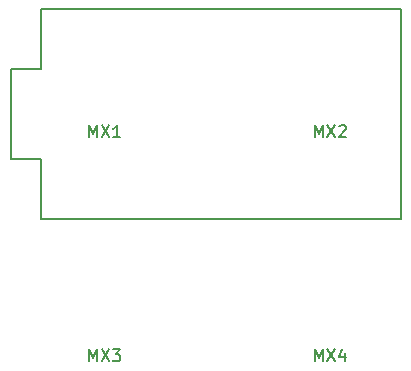
<source format=gbr>
G04 #@! TF.GenerationSoftware,KiCad,Pcbnew,(5.1.5)-3*
G04 #@! TF.CreationDate,2021-06-22T16:47:51-05:00*
G04 #@! TF.ProjectId,BigSwitch,42696753-7769-4746-9368-2e6b69636164,rev?*
G04 #@! TF.SameCoordinates,Original*
G04 #@! TF.FileFunction,Legend,Top*
G04 #@! TF.FilePolarity,Positive*
%FSLAX46Y46*%
G04 Gerber Fmt 4.6, Leading zero omitted, Abs format (unit mm)*
G04 Created by KiCad (PCBNEW (5.1.5)-3) date 2021-06-22 16:47:51*
%MOMM*%
%LPD*%
G04 APERTURE LIST*
%ADD10C,0.150000*%
G04 APERTURE END LIST*
D10*
X226568000Y-92202000D02*
X226568000Y-109982000D01*
X196088000Y-92202000D02*
X226568000Y-92202000D01*
X196088000Y-97282000D02*
X196088000Y-92202000D01*
X193548000Y-97282000D02*
X196088000Y-97282000D01*
X193548000Y-104902000D02*
X193548000Y-97282000D01*
X196088000Y-104902000D02*
X193548000Y-104902000D01*
X196088000Y-109982000D02*
X196088000Y-104902000D01*
X196088000Y-109982000D02*
X226568000Y-109982000D01*
X219313285Y-121991380D02*
X219313285Y-120991380D01*
X219646619Y-121705666D01*
X219979952Y-120991380D01*
X219979952Y-121991380D01*
X220360904Y-120991380D02*
X221027571Y-121991380D01*
X221027571Y-120991380D02*
X220360904Y-121991380D01*
X221837095Y-121324714D02*
X221837095Y-121991380D01*
X221599000Y-120943761D02*
X221360904Y-121658047D01*
X221979952Y-121658047D01*
X200190285Y-121991380D02*
X200190285Y-120991380D01*
X200523619Y-121705666D01*
X200856952Y-120991380D01*
X200856952Y-121991380D01*
X201237904Y-120991380D02*
X201904571Y-121991380D01*
X201904571Y-120991380D02*
X201237904Y-121991380D01*
X202190285Y-120991380D02*
X202809333Y-120991380D01*
X202476000Y-121372333D01*
X202618857Y-121372333D01*
X202714095Y-121419952D01*
X202761714Y-121467571D01*
X202809333Y-121562809D01*
X202809333Y-121800904D01*
X202761714Y-121896142D01*
X202714095Y-121943761D01*
X202618857Y-121991380D01*
X202333142Y-121991380D01*
X202237904Y-121943761D01*
X202190285Y-121896142D01*
X219313285Y-103001381D02*
X219313285Y-102001381D01*
X219646619Y-102715667D01*
X219979952Y-102001381D01*
X219979952Y-103001381D01*
X220360904Y-102001381D02*
X221027571Y-103001381D01*
X221027571Y-102001381D02*
X220360904Y-103001381D01*
X221360904Y-102096620D02*
X221408523Y-102049001D01*
X221503761Y-102001381D01*
X221741857Y-102001381D01*
X221837095Y-102049001D01*
X221884714Y-102096620D01*
X221932333Y-102191858D01*
X221932333Y-102287096D01*
X221884714Y-102429953D01*
X221313285Y-103001381D01*
X221932333Y-103001381D01*
X200190285Y-103001381D02*
X200190285Y-102001381D01*
X200523619Y-102715667D01*
X200856952Y-102001381D01*
X200856952Y-103001381D01*
X201237904Y-102001381D02*
X201904571Y-103001381D01*
X201904571Y-102001381D02*
X201237904Y-103001381D01*
X202809333Y-103001381D02*
X202237904Y-103001381D01*
X202523619Y-103001381D02*
X202523619Y-102001381D01*
X202428380Y-102144239D01*
X202333142Y-102239477D01*
X202237904Y-102287096D01*
M02*

</source>
